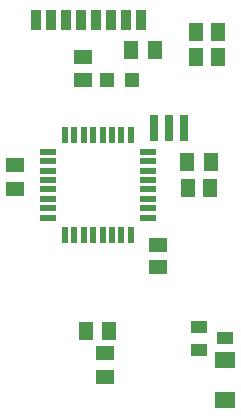
<source format=gbr>
G04 EAGLE Gerber RS-274X export*
G75*
%MOMM*%
%FSLAX34Y34*%
%LPD*%
%INSolderpaste Top*%
%IPPOS*%
%AMOC8*
5,1,8,0,0,1.08239X$1,22.5*%
G01*
%ADD10R,1.300000X1.600000*%
%ADD11R,1.600000X1.300000*%
%ADD12R,1.200000X1.200000*%
%ADD13R,1.500000X1.300000*%
%ADD14R,1.300000X1.500000*%
%ADD15R,1.400000X1.000000*%
%ADD16R,0.812800X1.676400*%
%ADD17R,1.473200X0.508000*%
%ADD18R,0.508000X1.473200*%
%ADD19R,1.800000X1.400000*%
%ADD20R,0.635000X2.286000*%


D10*
X133825Y311150D03*
X113825Y311150D03*
X161450Y215900D03*
X181450Y215900D03*
D11*
X92075Y54450D03*
X92075Y34450D03*
X15875Y213200D03*
X15875Y193200D03*
D12*
X114525Y285750D03*
X93525Y285750D03*
D13*
X136525Y127050D03*
X136525Y146050D03*
D14*
X95114Y73030D03*
X76114Y73030D03*
D13*
X73025Y285800D03*
X73025Y304800D03*
D15*
X193675Y66650D03*
X171675Y57150D03*
X171675Y76150D03*
D16*
X33475Y336550D03*
X46175Y336550D03*
X58875Y336550D03*
X71575Y336550D03*
X84275Y336550D03*
X96975Y336550D03*
X109675Y336550D03*
X122375Y336550D03*
D17*
X128143Y168910D03*
X128143Y176784D03*
X128143Y184912D03*
X128143Y192786D03*
X128143Y200914D03*
X128143Y208788D03*
X128143Y216916D03*
X128143Y224790D03*
D18*
X113665Y239268D03*
X105791Y239268D03*
X97663Y239268D03*
X89789Y239268D03*
X81661Y239268D03*
X73787Y239268D03*
X65659Y239268D03*
X57785Y239268D03*
D17*
X43307Y224790D03*
X43307Y216916D03*
X43307Y208788D03*
X43307Y200914D03*
X43307Y192786D03*
X43307Y184912D03*
X43307Y176784D03*
X43307Y168910D03*
D18*
X57785Y154432D03*
X65659Y154432D03*
X73787Y154432D03*
X81661Y154432D03*
X89789Y154432D03*
X97663Y154432D03*
X105791Y154432D03*
X113665Y154432D03*
D19*
X193675Y48750D03*
X193675Y14750D03*
D14*
X180950Y193675D03*
X161950Y193675D03*
D20*
X158750Y244470D03*
X146050Y244470D03*
X133350Y244470D03*
D14*
X187585Y325958D03*
X168585Y325958D03*
X187585Y305288D03*
X168585Y305288D03*
M02*

</source>
